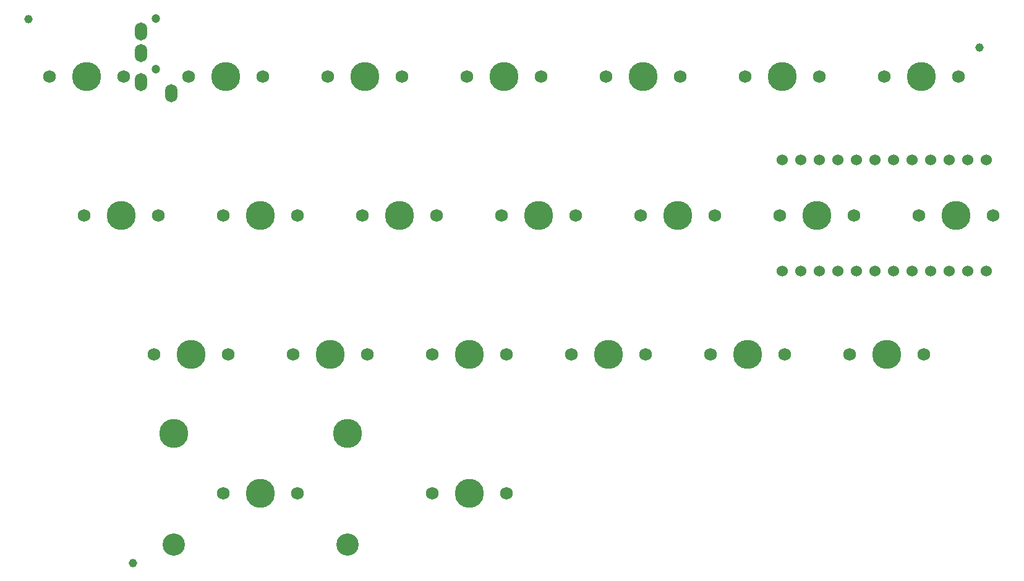
<source format=gts>
G04 #@! TF.GenerationSoftware,KiCad,Pcbnew,(5.1.10-1-10_14)*
G04 #@! TF.CreationDate,2021-10-04T21:07:58+10:00*
G04 #@! TF.ProjectId,WTL-Split-Right,57544c2d-5370-46c6-9974-2d5269676874,rev?*
G04 #@! TF.SameCoordinates,Original*
G04 #@! TF.FileFunction,Soldermask,Top*
G04 #@! TF.FilePolarity,Negative*
%FSLAX46Y46*%
G04 Gerber Fmt 4.6, Leading zero omitted, Abs format (unit mm)*
G04 Created by KiCad (PCBNEW (5.1.10-1-10_14)) date 2021-10-04 21:07:58*
%MOMM*%
%LPD*%
G01*
G04 APERTURE LIST*
%ADD10C,3.987800*%
%ADD11C,1.750000*%
%ADD12C,3.048000*%
%ADD13C,1.152000*%
%ADD14O,1.700000X2.500000*%
%ADD15C,1.200000*%
%ADD16C,1.524000*%
G04 APERTURE END LIST*
D10*
X82550000Y-100012500D03*
D11*
X77470000Y-100012500D03*
X87630000Y-100012500D03*
D12*
X70643750Y-106997500D03*
X94456250Y-106997500D03*
D10*
X70643750Y-91757500D03*
X94456250Y-91757500D03*
D13*
X50800000Y-34925000D03*
X180975000Y-38893750D03*
X65087500Y-109537500D03*
D14*
X70362500Y-45137500D03*
X66162500Y-43637500D03*
X66162500Y-39637500D03*
X66162500Y-36637500D03*
D15*
X68262500Y-41837500D03*
X68262500Y-34837500D03*
D10*
X111125000Y-100012500D03*
D11*
X106045000Y-100012500D03*
X116205000Y-100012500D03*
D10*
X168275000Y-80962500D03*
D11*
X163195000Y-80962500D03*
X173355000Y-80962500D03*
D10*
X149225000Y-80962500D03*
D11*
X144145000Y-80962500D03*
X154305000Y-80962500D03*
D10*
X130175000Y-80962500D03*
D11*
X125095000Y-80962500D03*
X135255000Y-80962500D03*
D10*
X111125000Y-80962500D03*
D11*
X106045000Y-80962500D03*
X116205000Y-80962500D03*
D10*
X92075000Y-80962500D03*
D11*
X86995000Y-80962500D03*
X97155000Y-80962500D03*
D10*
X73025000Y-80962500D03*
D11*
X67945000Y-80962500D03*
X78105000Y-80962500D03*
D10*
X177800000Y-61912500D03*
D11*
X172720000Y-61912500D03*
X182880000Y-61912500D03*
D10*
X158750000Y-61912500D03*
D11*
X153670000Y-61912500D03*
X163830000Y-61912500D03*
D10*
X139700000Y-61912500D03*
D11*
X134620000Y-61912500D03*
X144780000Y-61912500D03*
D10*
X120650000Y-61912500D03*
D11*
X115570000Y-61912500D03*
X125730000Y-61912500D03*
D10*
X101600000Y-61912500D03*
D11*
X96520000Y-61912500D03*
X106680000Y-61912500D03*
D10*
X82550000Y-61912500D03*
D11*
X77470000Y-61912500D03*
X87630000Y-61912500D03*
D10*
X63500000Y-61912500D03*
D11*
X58420000Y-61912500D03*
X68580000Y-61912500D03*
D10*
X173037500Y-42862500D03*
D11*
X167957500Y-42862500D03*
X178117500Y-42862500D03*
D10*
X153987500Y-42862500D03*
D11*
X148907500Y-42862500D03*
X159067500Y-42862500D03*
D10*
X134937500Y-42862500D03*
D11*
X129857500Y-42862500D03*
X140017500Y-42862500D03*
D10*
X115887500Y-42862500D03*
D11*
X110807500Y-42862500D03*
X120967500Y-42862500D03*
D10*
X96837500Y-42862500D03*
D11*
X91757500Y-42862500D03*
X101917500Y-42862500D03*
D10*
X77787500Y-42862500D03*
D11*
X72707500Y-42862500D03*
X82867500Y-42862500D03*
D10*
X58737500Y-42862500D03*
D11*
X53657500Y-42862500D03*
X63817500Y-42862500D03*
D16*
X181959250Y-69521100D03*
X179419250Y-69521100D03*
X176879250Y-69521100D03*
X174339250Y-69521100D03*
X171799250Y-69521100D03*
X169259250Y-69521100D03*
X166719250Y-69521100D03*
X164179250Y-69521100D03*
X161639250Y-69521100D03*
X159099250Y-69521100D03*
X156559250Y-69521100D03*
X154019250Y-69521100D03*
X154019250Y-54301100D03*
X156559250Y-54301100D03*
X159099250Y-54301100D03*
X161639250Y-54301100D03*
X164179250Y-54301100D03*
X166719250Y-54301100D03*
X169259250Y-54301100D03*
X171799250Y-54301100D03*
X174339250Y-54301100D03*
X176879250Y-54301100D03*
X179419250Y-54301100D03*
X181959250Y-54301100D03*
M02*

</source>
